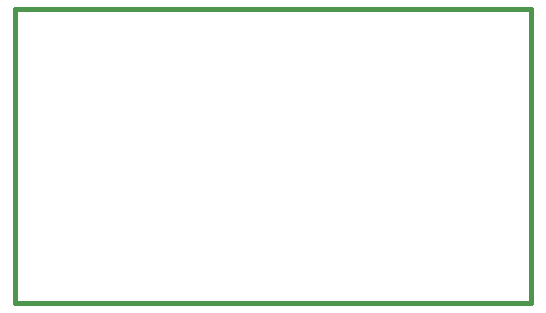
<source format=gbr>
G04 (created by PCBNEW-RS274X (2011-05-25)-stable) date Sat 11 Aug 2012 11:46:33 PM MDT*
G01*
G70*
G90*
%MOIN*%
G04 Gerber Fmt 3.4, Leading zero omitted, Abs format*
%FSLAX34Y34*%
G04 APERTURE LIST*
%ADD10C,0.006000*%
%ADD11C,0.015000*%
G04 APERTURE END LIST*
G54D10*
G54D11*
X22900Y-18800D02*
X22900Y-18700D01*
X22700Y-18800D02*
X22900Y-18800D01*
X22900Y-09000D02*
X22900Y-09100D01*
X22800Y-09000D02*
X22900Y-09000D01*
X05700Y-09000D02*
X05700Y-09200D01*
X22900Y-09100D02*
X22900Y-18700D01*
X05700Y-09000D02*
X22800Y-09000D01*
X05700Y-18800D02*
X05700Y-09200D01*
X22700Y-18800D02*
X05700Y-18800D01*
M02*

</source>
